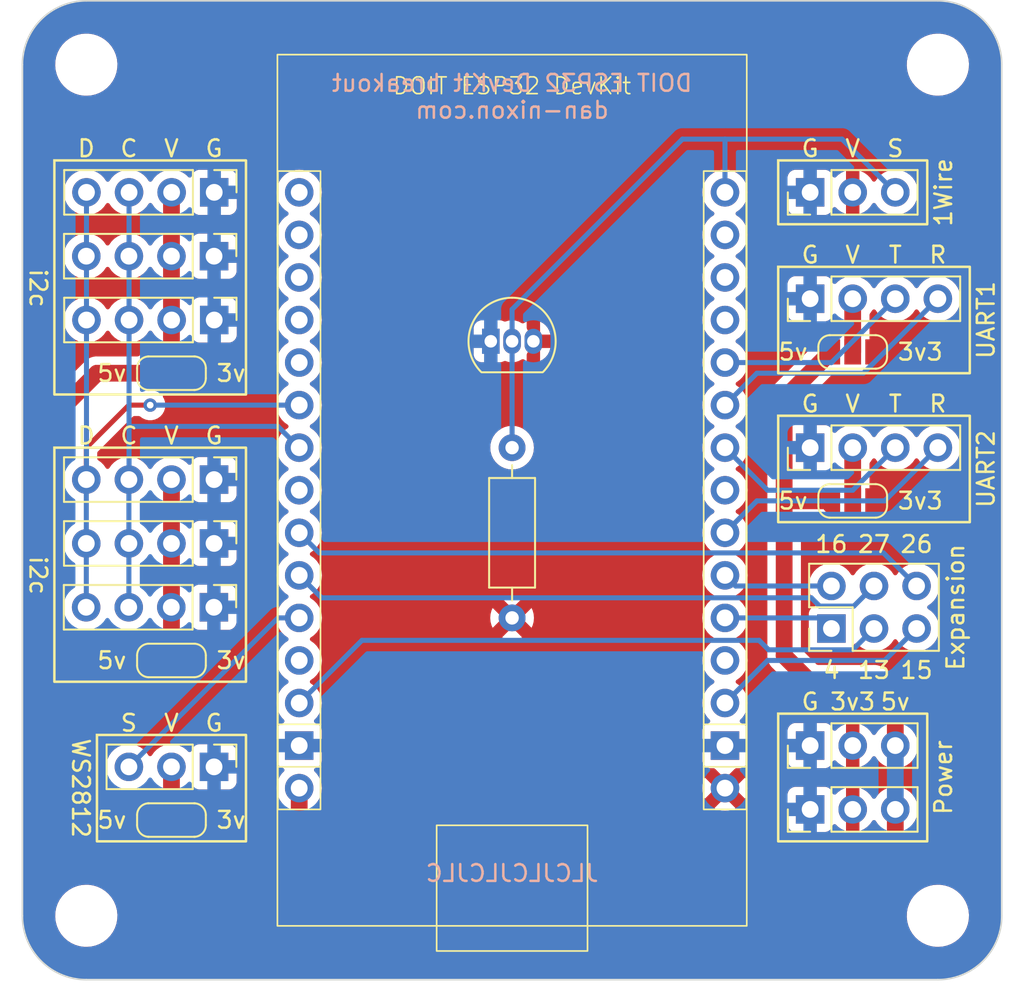
<source format=kicad_pcb>
(kicad_pcb (version 20221018) (generator pcbnew)
  (layers (0 "F.Cu" signal) (31 "B.Cu" signal) (34 "B.Paste" user) (35 "F.Paste" user) (36 "B.SilkS" user "B.Silkscreen") (37 "F.SilkS" user "F.Silkscreen") (38 "B.Mask" user) (39 "F.Mask" user) (44 "Edge.Cuts" user))
  (net 0 "")
  (net 1 "GND")
  (net 2 "Net-(J1-Pin_2)")
  (net 3 "/UART1_TX")
  (net 4 "/UART1_RX")
  (net 5 "+3.3V")
  (net 6 "+5V")
  (net 7 "Net-(J4-Pin_2)")
  (net 8 "/UART2_TX")
  (net 9 "/UART2_RX")
  (net 10 "Net-(J6-Pin_2)")
  (net 11 "/WS2812")
  (net 12 "/ONEWIRE")
  (net 13 "Net-(J10-Pin_2)")
  (net 14 "/I2C_SCL")
  (net 15 "/I2C_SDA")
  (net 16 "Net-(J11-Pin_2)")
  (net 23 "/D26")
  (net 24 "/D27")
  (net 26 "/D13")
  (net 27 "/D16")
  (net 31 "/D4")
  (net 32 "/D15")
  (footprint "Package_TO_SOT_THT:TO-92_Inline" (layer "F.Cu") (at 100.33 107.95)
    (fp_text reference "U2" hide)
    (fp_text value "DS18B20")
    (fp_line (start -0.53 1.85) (end 3.07 1.85) (stroke (width 0.12)) (layer "F.SilkS"))
    (fp_arc (start -0.568478 1.838478) (mid -1.132087 -0.994977) (end 1.27 -2.6) (stroke (width 0.12)) (layer "F.SilkS"))
    (fp_arc (start 1.27 -2.6) (mid 3.672087 -0.994977) (end 3.108478 1.838478) (stroke (width 0.12)) (layer "F.SilkS"))
    (pad "1" thru_hole rect (at 0 0) (size 1.05 1.5) (drill 0.75) (layers "*.Cu" "*.Mask") (net 1 "GND"))
    (pad "2" thru_hole oval (at 1.27 0) (size 1.05 1.5) (drill 0.75) (layers "*.Cu" "*.Mask") (net 12 "/ONEWIRE"))
    (pad "3" thru_hole oval (at 2.54 0) (size 1.05 1.5) (drill 0.75) (layers "*.Cu" "*.Mask") (net 5 "+3.3V"))
  )
  (footprint "MountingHole:MountingHole_3.2mm_M3" (layer "F.Cu") (at 127 142.24)
    (fp_text reference "H4" hide)
    (fp_text value "MountingHole")
    (pad "" np_thru_hole circle (at 0 0) (size 3.2 3.2) (drill 3.2) (layers "*.Cu" "*.Mask"))
  )
  (footprint "Connector_PinHeader_2.54mm:PinHeader_1x04_P2.54mm_Vertical" (layer "F.Cu") (at 83.82 120.015 -90)
    (fp_text reference "J10" hide)
    (fp_text value "i2c")
    (fp_line (start -1.33 -1.33) (end 0 -1.33) (stroke (width 0.12)) (layer "F.SilkS"))
    (fp_line (start -1.33 0) (end -1.33 -1.33) (stroke (width 0.12)) (layer "F.SilkS"))
    (fp_line (start -1.33 1.27) (end -1.33 8.95) (stroke (width 0.12)) (layer "F.SilkS"))
    (fp_line (start -1.33 1.27) (end 1.33 1.27) (stroke (width 0.12)) (layer "F.SilkS"))
    (fp_line (start -1.33 8.95) (end 1.33 8.95) (stroke (width 0.12)) (layer "F.SilkS"))
    (fp_line (start 1.33 1.27) (end 1.33 8.95) (stroke (width 0.12)) (layer "F.SilkS"))
    (pad "1" thru_hole rect (at 0 0 270) (size 1.7 1.7) (drill 1) (layers "*.Cu" "*.Mask") (net 1 "GND"))
    (pad "2" thru_hole oval (at 0 2.54 270) (size 1.7 1.7) (drill 1) (layers "*.Cu" "*.Mask") (net 13 "Net-(J10-Pin_2)"))
    (pad "3" thru_hole oval (at 0 5.08 270) (size 1.7 1.7) (drill 1) (layers "*.Cu" "*.Mask") (net 14 "/I2C_SCL"))
    (pad "4" thru_hole oval (at 0 7.62 270) (size 1.7 1.7) (drill 1) (layers "*.Cu" "*.Mask") (net 15 "/I2C_SDA"))
  )
  (footprint "Connector_PinHeader_2.54mm:PinHeader_1x03_P2.54mm_Vertical" (layer "F.Cu") (at 119.38 135.89 90)
    (fp_text reference "J2" hide)
    (fp_text value "Power")
    (fp_line (start -1.33 -1.33) (end 0 -1.33) (stroke (width 0.12)) (layer "F.SilkS"))
    (fp_line (start -1.33 0) (end -1.33 -1.33) (stroke (width 0.12)) (layer "F.SilkS"))
    (fp_line (start -1.33 1.27) (end -1.33 6.41) (stroke (width 0.12)) (layer "F.SilkS"))
    (fp_line (start -1.33 1.27) (end 1.33 1.27) (stroke (width 0.12)) (layer "F.SilkS"))
    (fp_line (start -1.33 6.41) (end 1.33 6.41) (stroke (width 0.12)) (layer "F.SilkS"))
    (fp_line (start 1.33 1.27) (end 1.33 6.41) (stroke (width 0.12)) (layer "F.SilkS"))
    (pad "1" thru_hole rect (at 0 0 90) (size 1.7 1.7) (drill 1) (layers "*.Cu" "*.Mask") (net 1 "GND"))
    (pad "2" thru_hole oval (at 0 2.54 90) (size 1.7 1.7) (drill 1) (layers "*.Cu" "*.Mask") (net 5 "+3.3V"))
    (pad "3" thru_hole oval (at 0 5.08 90) (size 1.7 1.7) (drill 1) (layers "*.Cu" "*.Mask") (net 6 "+5V"))
  )
  (footprint "Jumper:SolderJumper-3_P1.3mm_Open_RoundedPad1.0x1.5mm_NumberLabels" (layer "F.Cu") (at 81.28 109.855)
    (fp_text reference "JP6" hide)
    (fp_text value "i2c V")
    (fp_text user "5v" (at -2.6 0) (layer "F.SilkS") (effects (justify right)))
    (fp_text user "3v" (at 2.6 0) (layer "F.SilkS") (effects (justify left)))
    (fp_line (start -2.05 0.3) (end -2.05 -0.3) (stroke (width 0.12)) (layer "F.SilkS"))
    (fp_line (start -1.4 -1) (end 1.4 -1) (stroke (width 0.12)) (layer "F.SilkS"))
    (fp_line (start 1.4 1) (end -1.4 1) (stroke (width 0.12)) (layer "F.SilkS"))
    (fp_line (start 2.05 -0.3) (end 2.05 0.3) (stroke (width 0.12)) (layer "F.SilkS"))
    (fp_arc (start -2.05 -0.3) (mid -1.844975 -0.794975) (end -1.35 -1) (stroke (width 0.12)) (layer "F.SilkS"))
    (fp_arc (start -1.35 1) (mid -1.844975 0.794975) (end -2.05 0.3) (stroke (width 0.12)) (layer "F.SilkS"))
    (fp_arc (start 1.35 -1) (mid 1.844975 -0.794975) (end 2.05 -0.3) (stroke (width 0.12)) (layer "F.SilkS"))
    (fp_arc (start 2.05 0.3) (mid 1.844975 0.794975) (end 1.35 1) (stroke (width 0.12)) (layer "F.SilkS"))
    (pad "1" smd custom (at -1.3 0) (size 1 0.5) (layers "F.Cu" "F.Mask") (net 6 "+5V") (options (clearance outline) (anchor rect)) (primitives (gr_circle (center 0 0.25) (end 0.5 0.25) (width 0) (fill yes)) (gr_circle (center 0 -0.25) (end 0.5 -0.25) (width 0) (fill yes)) (gr_poly (pts (xy 0.55 0.75) (xy 0 0.75) (xy 0 -0.75) (xy 0.55 -0.75)) (width 0) (fill yes))))
    (pad "2" smd rect (at 0 0) (size 1 1.5) (layers "F.Cu" "F.Mask") (net 16 "Net-(J11-Pin_2)"))
    (pad "3" smd custom (at 1.3 0) (size 1 0.5) (layers "F.Cu" "F.Mask") (net 5 "+3.3V") (options (clearance outline) (anchor rect)) (primitives (gr_circle (center 0 0.25) (end 0.5 0.25) (width 0) (fill yes)) (gr_circle (center 0 -0.25) (end 0.5 -0.25) (width 0) (fill yes)) (gr_poly (pts (xy 0 0.75) (xy -0.55 0.75) (xy -0.55 -0.75) (xy 0 -0.75)) (width 0) (fill yes))))
  )
  (footprint "Connector_PinHeader_2.54mm:PinHeader_1x03_P2.54mm_Vertical" (layer "F.Cu") (at 119.38 132.08 90)
    (fp_text reference "J3" hide)
    (fp_text value "Power")
    (fp_line (start -1.33 -1.33) (end 0 -1.33) (stroke (width 0.12)) (layer "F.SilkS"))
    (fp_line (start -1.33 0) (end -1.33 -1.33) (stroke (width 0.12)) (layer "F.SilkS"))
    (fp_line (start -1.33 1.27) (end -1.33 6.41) (stroke (width 0.12)) (layer "F.SilkS"))
    (fp_line (start -1.33 1.27) (end 1.33 1.27) (stroke (width 0.12)) (layer "F.SilkS"))
    (fp_line (start -1.33 6.41) (end 1.33 6.41) (stroke (width 0.12)) (layer "F.SilkS"))
    (fp_line (start 1.33 1.27) (end 1.33 6.41) (stroke (width 0.12)) (layer "F.SilkS"))
    (pad "1" thru_hole rect (at 0 0 90) (size 1.7 1.7) (drill 1) (layers "*.Cu" "*.Mask") (net 1 "GND"))
    (pad "2" thru_hole oval (at 0 2.54 90) (size 1.7 1.7) (drill 1) (layers "*.Cu" "*.Mask") (net 5 "+3.3V"))
    (pad "3" thru_hole oval (at 0 5.08 90) (size 1.7 1.7) (drill 1) (layers "*.Cu" "*.Mask") (net 6 "+5V"))
  )
  (footprint "Connector_PinHeader_2.54mm:PinHeader_1x04_P2.54mm_Vertical" (layer "F.Cu") (at 83.83 99.06 -90)
    (fp_text reference "J13" hide)
    (fp_text value "i2c")
    (fp_line (start -1.33 -1.33) (end 0 -1.33) (stroke (width 0.12)) (layer "F.SilkS"))
    (fp_line (start -1.33 0) (end -1.33 -1.33) (stroke (width 0.12)) (layer "F.SilkS"))
    (fp_line (start -1.33 1.27) (end -1.33 8.95) (stroke (width 0.12)) (layer "F.SilkS"))
    (fp_line (start -1.33 1.27) (end 1.33 1.27) (stroke (width 0.12)) (layer "F.SilkS"))
    (fp_line (start -1.33 8.95) (end 1.33 8.95) (stroke (width 0.12)) (layer "F.SilkS"))
    (fp_line (start 1.33 1.27) (end 1.33 8.95) (stroke (width 0.12)) (layer "F.SilkS"))
    (pad "1" thru_hole rect (at 0 0 270) (size 1.7 1.7) (drill 1) (layers "*.Cu" "*.Mask") (net 1 "GND"))
    (pad "2" thru_hole oval (at 0 2.54 270) (size 1.7 1.7) (drill 1) (layers "*.Cu" "*.Mask") (net 16 "Net-(J11-Pin_2)"))
    (pad "3" thru_hole oval (at 0 5.08 270) (size 1.7 1.7) (drill 1) (layers "*.Cu" "*.Mask") (net 14 "/I2C_SCL"))
    (pad "4" thru_hole oval (at 0 7.62 270) (size 1.7 1.7) (drill 1) (layers "*.Cu" "*.Mask") (net 15 "/I2C_SDA"))
  )
  (footprint "Connector_PinHeader_2.54mm:PinHeader_1x04_P2.54mm_Vertical" (layer "F.Cu") (at 83.83 106.68 -90)
    (fp_text reference "J9" hide)
    (fp_text value "i2c")
    (fp_line (start -1.33 -1.33) (end 0 -1.33) (stroke (width 0.12)) (layer "F.SilkS"))
    (fp_line (start -1.33 0) (end -1.33 -1.33) (stroke (width 0.12)) (layer "F.SilkS"))
    (fp_line (start -1.33 1.27) (end -1.33 8.95) (stroke (width 0.12)) (layer "F.SilkS"))
    (fp_line (start -1.33 1.27) (end 1.33 1.27) (stroke (width 0.12)) (layer "F.SilkS"))
    (fp_line (start -1.33 8.95) (end 1.33 8.95) (stroke (width 0.12)) (layer "F.SilkS"))
    (fp_line (start 1.33 1.27) (end 1.33 8.95) (stroke (width 0.12)) (layer "F.SilkS"))
    (pad "1" thru_hole rect (at 0 0 270) (size 1.7 1.7) (drill 1) (layers "*.Cu" "*.Mask") (net 1 "GND"))
    (pad "2" thru_hole oval (at 0 2.54 270) (size 1.7 1.7) (drill 1) (layers "*.Cu" "*.Mask") (net 16 "Net-(J11-Pin_2)"))
    (pad "3" thru_hole oval (at 0 5.08 270) (size 1.7 1.7) (drill 1) (layers "*.Cu" "*.Mask") (net 14 "/I2C_SCL"))
    (pad "4" thru_hole oval (at 0 7.62 270) (size 1.7 1.7) (drill 1) (layers "*.Cu" "*.Mask") (net 15 "/I2C_SDA"))
  )
  (footprint "Jumper:SolderJumper-3_P1.3mm_Open_RoundedPad1.0x1.5mm_NumberLabels" (layer "F.Cu") (at 121.92 108.585)
    (fp_text reference "JP2" hide)
    (fp_text value "UART1 V")
    (fp_text user "5v" (at -2.6 0) (layer "F.SilkS") (effects (justify right)))
    (fp_text user "3v3" (at 2.6 0) (layer "F.SilkS") (effects (justify left)))
    (fp_line (start -2.05 0.3) (end -2.05 -0.3) (stroke (width 0.12)) (layer "F.SilkS"))
    (fp_line (start -1.4 -1) (end 1.4 -1) (stroke (width 0.12)) (layer "F.SilkS"))
    (fp_line (start 1.4 1) (end -1.4 1) (stroke (width 0.12)) (layer "F.SilkS"))
    (fp_line (start 2.05 -0.3) (end 2.05 0.3) (stroke (width 0.12)) (layer "F.SilkS"))
    (fp_arc (start -2.05 -0.3) (mid -1.844975 -0.794975) (end -1.35 -1) (stroke (width 0.12)) (layer "F.SilkS"))
    (fp_arc (start -1.35 1) (mid -1.844975 0.794975) (end -2.05 0.3) (stroke (width 0.12)) (layer "F.SilkS"))
    (fp_arc (start 1.35 -1) (mid 1.844975 -0.794975) (end 2.05 -0.3) (stroke (width 0.12)) (layer "F.SilkS"))
    (fp_arc (start 2.05 0.3) (mid 1.844975 0.794975) (end 1.35 1) (stroke (width 0.12)) (layer "F.SilkS"))
    (pad "1" smd custom (at -1.3 0) (size 1 0.5) (layers "F.Cu" "F.Mask") (net 6 "+5V") (options (clearance outline) (anchor rect)) (primitives (gr_circle (center 0 0.25) (end 0.5 0.25) (width 0) (fill yes)) (gr_circle (center 0 -0.25) (end 0.5 -0.25) (width 0) (fill yes)) (gr_poly (pts (xy 0.55 0.75) (xy 0 0.75) (xy 0 -0.75) (xy 0.55 -0.75)) (width 0) (fill yes))))
    (pad "2" smd rect (at 0 0) (size 1 1.5) (layers "F.Cu" "F.Mask") (net 2 "Net-(J1-Pin_2)"))
    (pad "3" smd custom (at 1.3 0) (size 1 0.5) (layers "F.Cu" "F.Mask") (net 5 "+3.3V") (options (clearance outline) (anchor rect)) (primitives (gr_circle (center 0 0.25) (end 0.5 0.25) (width 0) (fill yes)) (gr_circle (center 0 -0.25) (end 0.5 -0.25) (width 0) (fill yes)) (gr_poly (pts (xy 0 0.75) (xy -0.55 0.75) (xy -0.55 -0.75) (xy 0 -0.75)) (width 0) (fill yes))))
  )
  (footprint "Connector_PinHeader_2.54mm:PinHeader_1x03_P2.54mm_Vertical" (layer "F.Cu") (at 83.82 133.35 -90)
    (fp_text reference "J6" hide)
    (fp_text value "WS2812")
    (fp_line (start -1.33 -1.33) (end 0 -1.33) (stroke (width 0.12)) (layer "F.SilkS"))
    (fp_line (start -1.33 0) (end -1.33 -1.33) (stroke (width 0.12)) (layer "F.SilkS"))
    (fp_line (start -1.33 1.27) (end -1.33 6.41) (stroke (width 0.12)) (layer "F.SilkS"))
    (fp_line (start -1.33 1.27) (end 1.33 1.27) (stroke (width 0.12)) (layer "F.SilkS"))
    (fp_line (start -1.33 6.41) (end 1.33 6.41) (stroke (width 0.12)) (layer "F.SilkS"))
    (fp_line (start 1.33 1.27) (end 1.33 6.41) (stroke (width 0.12)) (layer "F.SilkS"))
    (pad "1" thru_hole rect (at 0 0 270) (size 1.7 1.7) (drill 1) (layers "*.Cu" "*.Mask") (net 1 "GND"))
    (pad "2" thru_hole oval (at 0 2.54 270) (size 1.7 1.7) (drill 1) (layers "*.Cu" "*.Mask") (net 10 "Net-(J6-Pin_2)"))
    (pad "3" thru_hole oval (at 0 5.08 270) (size 1.7 1.7) (drill 1) (layers "*.Cu" "*.Mask") (net 11 "/WS2812"))
  )
  (footprint "Connector_PinHeader_2.54mm:PinHeader_2x03_P2.54mm_Vertical" (layer "F.Cu") (at 120.65 125.095 90)
    (fp_text reference "J5" hide)
    (fp_text value "Expansion" (at 1.27 7.41 90) (layer "F.SilkS"))
    (fp_line (start -1.33 -1.33) (end 0 -1.33) (stroke (width 0.12)) (layer "F.SilkS"))
    (fp_line (start -1.33 0) (end -1.33 -1.33) (stroke (width 0.12)) (layer "F.SilkS"))
    (fp_line (start -1.33 1.27) (end -1.33 6.41) (stroke (width 0.12)) (layer "F.SilkS"))
    (fp_line (start -1.33 1.27) (end 1.27 1.27) (stroke (width 0.12)) (layer "F.SilkS"))
    (fp_line (start -1.33 6.41) (end 3.87 6.41) (stroke (width 0.12)) (layer "F.SilkS"))
    (fp_line (start 1.27 -1.33) (end 3.87 -1.33) (stroke (width 0.12)) (layer "F.SilkS"))
    (fp_line (start 1.27 1.27) (end 1.27 -1.33) (stroke (width 0.12)) (layer "F.SilkS"))
    (fp_line (start 3.87 -1.33) (end 3.87 6.41) (stroke (width 0.12)) (layer "F.SilkS"))
    (pad "1" thru_hole rect (at 0 0 90) (size 1.7 1.7) (drill 1) (layers "*.Cu" "*.Mask") (net 31 "/D4"))
    (pad "2" thru_hole oval (at 2.54 0 90) (size 1.7 1.7) (drill 1) (layers "*.Cu" "*.Mask") (net 27 "/D16"))
    (pad "3" thru_hole oval (at 0 2.54 90) (size 1.7 1.7) (drill 1) (layers "*.Cu" "*.Mask") (net 26 "/D13"))
    (pad "4" thru_hole oval (at 2.54 2.54 90) (size 1.7 1.7) (drill 1) (layers "*.Cu" "*.Mask") (net 24 "/D27"))
    (pad "5" thru_hole oval (at 0 5.08 90) (size 1.7 1.7) (drill 1) (layers "*.Cu" "*.Mask") (net 32 "/D15"))
    (pad "6" thru_hole oval (at 2.54 5.08 90) (size 1.7 1.7) (drill 1) (layers "*.Cu" "*.Mask") (net 23 "/D26"))
  )
  (footprint "Connector_PinHeader_2.54mm:PinHeader_1x04_P2.54mm_Vertical" (layer "F.Cu") (at 83.81 123.825 -90)
    (fp_text reference "J8" hide)
    (fp_text value "i2c")
    (fp_line (start -1.33 -1.33) (end 0 -1.33) (stroke (width 0.12)) (layer "F.SilkS"))
    (fp_line (start -1.33 0) (end -1.33 -1.33) (stroke (width 0.12)) (layer "F.SilkS"))
    (fp_line (start -1.33 1.27) (end -1.33 8.95) (stroke (width 0.12)) (layer "F.SilkS"))
    (fp_line (start -1.33 1.27) (end 1.33 1.27) (stroke (width 0.12)) (layer "F.SilkS"))
    (fp_line (start -1.33 8.95) (end 1.33 8.95) (stroke (width 0.12)) (layer "F.SilkS"))
    (fp_line (start 1.33 1.27) (end 1.33 8.95) (stroke (width 0.12)) (layer "F.SilkS"))
    (pad "1" thru_hole rect (at 0 0 270) (size 1.7 1.7) (drill 1) (layers "*.Cu" "*.Mask") (net 1 "GND"))
    (pad "2" thru_hole oval (at 0 2.54 270) (size 1.7 1.7) (drill 1) (layers "*.Cu" "*.Mask") (net 13 "Net-(J10-Pin_2)"))
    (pad "3" thru_hole oval (at 0 5.08 270) (size 1.7 1.7) (drill 1) (layers "*.Cu" "*.Mask") (net 14 "/I2C_SCL"))
    (pad "4" thru_hole oval (at 0 7.62 270) (size 1.7 1.7) (drill 1) (layers "*.Cu" "*.Mask") (net 15 "/I2C_SDA"))
  )
  (footprint "Connector_PinHeader_2.54mm:PinHeader_1x04_P2.54mm_Vertical" (layer "F.Cu") (at 83.82 116.205 -90)
    (fp_text reference "J12" hide)
    (fp_text value "i2c")
    (fp_line (start -1.33 -1.33) (end 0 -1.33) (stroke (width 0.12)) (layer "F.SilkS"))
    (fp_line (start -1.33 0) (end -1.33 -1.33) (stroke (width 0.12)) (layer "F.SilkS"))
    (fp_line (start -1.33 1.27) (end -1.33 8.95) (stroke (width 0.12)) (layer "F.SilkS"))
    (fp_line (start -1.33 1.27) (end 1.33 1.27) (stroke (width 0.12)) (layer "F.SilkS"))
    (fp_line (start -1.33 8.95) (end 1.33 8.95) (stroke (width 0.12)) (layer "F.SilkS"))
    (fp_line (start 1.33 1.27) (end 1.33 8.95) (stroke (width 0.12)) (layer "F.SilkS"))
    (pad "1" thru_hole rect (at 0 0 270) (size 1.7 1.7) (drill 1) (layers "*.Cu" "*.Mask") (net 1 "GND"))
    (pad "2" thru_hole oval (at 0 2.54 270) (size 1.7 1.7) (drill 1) (layers "*.Cu" "*.Mask") (net 13 "Net-(J10-Pin_2)"))
    (pad "3" thru_hole oval (at 0 5.08 270) (size 1.7 1.7) (drill 1) (layers "*.Cu" "*.Mask") (net 14 "/I2C_SCL"))
    (pad "4" thru_hole oval (at 0 7.62 270) (size 1.7 1.7) (drill 1) (layers "*.Cu" "*.Mask") (net 15 "/I2C_SDA"))
  )
  (footprint "Resistor_THT:R_Axial_DIN0207_L6.3mm_D2.5mm_P10.16mm_Horizontal" (layer "F.Cu") (at 101.6 124.46 90)
    (fp_text reference "R1" hide)
    (fp_text value "4K7")
    (fp_line (start 1.04 0) (end 1.81 0) (stroke (width 0.12)) (layer "F.SilkS"))
    (fp_line (start 1.81 -1.37) (end 1.81 1.37) (stroke (width 0.12)) (layer "F.SilkS"))
    (fp_line (start 1.81 1.37) (end 8.35 1.37) (stroke (width 0.12)) (layer "F.SilkS"))
    (fp_line (start 8.35 -1.37) (end 1.81 -1.37) (stroke (width 0.12)) (layer "F.SilkS"))
    (fp_line (start 8.35 1.37) (end 8.35 -1.37) (stroke (width 0.12)) (layer "F.SilkS"))
    (fp_line (start 9.12 0) (end 8.35 0) (stroke (width 0.12)) (layer "F.SilkS"))
    (pad "1" thru_hole circle (at 0 0 90) (size 1.6 1.6) (drill 0.8) (layers "*.Cu" "*.Mask") (net 5 "+3.3V"))
    (pad "2" thru_hole oval (at 10.16 0 90) (size 1.6 1.6) (drill 0.8) (layers "*.Cu" "*.Mask") (net 12 "/ONEWIRE"))
  )
  (footprint "Connector_PinHeader_2.54mm:PinHeader_1x03_P2.54mm_Vertical" (layer "F.Cu") (at 119.38 99.06 90)
    (fp_text reference "J7" hide)
    (fp_text value "OneWire")
    (fp_line (start -1.33 -1.33) (end 0 -1.33) (stroke (width 0.12)) (layer "F.SilkS"))
    (fp_line (start -1.33 0) (end -1.33 -1.33) (stroke (width 0.12)) (layer "F.SilkS"))
    (fp_line (start -1.33 1.27) (end -1.33 6.41) (stroke (width 0.12)) (layer "F.SilkS"))
    (fp_line (start -1.33 1.27) (end 1.33 1.27) (stroke (width 0.12)) (layer "F.SilkS"))
    (fp_line (start -1.33 6.41) (end 1.33 6.41) (stroke (width 0.12)) (layer "F.SilkS"))
    (fp_line (start 1.33 1.27) (end 1.33 6.41) (stroke (width 0.12)) (layer "F.SilkS"))
    (pad "1" thru_hole rect (at 0 0 90) (size 1.7 1.7) (drill 1) (layers "*.Cu" "*.Mask") (net 1 "GND"))
    (pad "2" thru_hole oval (at 0 2.54 90) (size 1.7 1.7) (drill 1) (layers "*.Cu" "*.Mask") (net 5 "+3.3V"))
    (pad "3" thru_hole oval (at 0 5.08 90) (size 1.7 1.7) (drill 1) (layers "*.Cu" "*.Mask") (net 12 "/ONEWIRE"))
  )
  (footprint "Connector_PinHeader_2.54mm:PinHeader_1x04_P2.54mm_Vertical" (layer "F.Cu") (at 119.38 114.3 90)
    (fp_text reference "J4" hide)
    (fp_text value "UART2")
    (fp_line (start -1.33 -1.33) (end 0 -1.33) (stroke (width 0.12)) (layer "F.SilkS"))
    (fp_line (start -1.33 0) (end -1.33 -1.33) (stroke (width 0.12)) (layer "F.SilkS"))
    (fp_line (start -1.33 1.27) (end -1.33 8.95) (stroke (width 0.12)) (layer "F.SilkS"))
    (fp_line (start -1.33 1.27) (end 1.33 1.27) (stroke (width 0.12)) (layer "F.SilkS"))
    (fp_line (start -1.33 8.95) (end 1.33 8.95) (stroke (width 0.12)) (layer "F.SilkS"))
    (fp_line (start 1.33 1.27) (end 1.33 8.95) (stroke (width 0.12)) (layer "F.SilkS"))
    (pad "1" thru_hole rect (at 0 0 90) (size 1.7 1.7) (drill 1) (layers "*.Cu" "*.Mask") (net 1 "GND"))
    (pad "2" thru_hole oval (at 0 2.54 90) (size 1.7 1.7) (drill 1) (layers "*.Cu" "*.Mask") (net 7 "Net-(J4-Pin_2)"))
    (pad "3" thru_hole oval (at 0 5.08 90) (size 1.7 1.7) (drill 1) (layers "*.Cu" "*.Mask") (net 8 "/UART2_TX"))
    (pad "4" thru_hole oval (at 0 7.62 90) (size 1.7 1.7) (drill 1) (layers "*.Cu" "*.Mask") (net 9 "/UART2_RX"))
  )
  (footprint "MountingHole:MountingHole_3.2mm_M3" (layer "F.Cu") (at 76.2 142.24)
    (fp_text reference "H2" hide)
    (fp_text value "MountingHole")
    (pad "" np_thru_hole circle (at 0 0) (size 3.2 3.2) (drill 3.2) (layers "*.Cu" "*.Mask"))
  )
  (footprint "Jumper:SolderJumper-3_P1.3mm_Open_RoundedPad1.0x1.5mm_NumberLabels" (layer "F.Cu") (at 81.28 127)
    (fp_text reference "JP5" hide)
    (fp_text value "i2c V")
    (fp_text user "3v" (at 2.6 0) (layer "F.SilkS") (effects (justify left)))
    (fp_text user "5v" (at -2.6 0) (layer "F.SilkS") (effects (justify right)))
    (fp_line (start -2.05 0.3) (end -2.05 -0.3) (stroke (width 0.12)) (layer "F.SilkS"))
    (fp_line (start -1.4 -1) (end 1.4 -1) (stroke (width 0.12)) (layer "F.SilkS"))
    (fp_line (start 1.4 1) (end -1.4 1) (stroke (width 0.12)) (layer "F.SilkS"))
    (fp_line (start 2.05 -0.3) (end 2.05 0.3) (stroke (width 0.12)) (layer "F.SilkS"))
    (fp_arc (start -2.05 -0.3) (mid -1.844975 -0.794975) (end -1.35 -1) (stroke (width 0.12)) (layer "F.SilkS"))
    (fp_arc (start -1.35 1) (mid -1.844975 0.794975) (end -2.05 0.3) (stroke (width 0.12)) (layer "F.SilkS"))
    (fp_arc (start 1.35 -1) (mid 1.844975 -0.794975) (end 2.05 -0.3) (stroke (width 0.12)) (layer "F.SilkS"))
    (fp_arc (start 2.05 0.3) (mid 1.844975 0.794975) (end 1.35 1) (stroke (width 0.12)) (layer "F.SilkS"))
    (pad "1" smd custom (at -1.3 0) (size 1 0.5) (layers "F.Cu" "F.Mask") (net 6 "+5V") (options (clearance outline) (anchor rect)) (primitives (gr_circle (center 0 0.25) (end 0.5 0.25) (width 0) (fill yes)) (gr_circle (center 0 -0.25) (end 0.5 -0.25) (width 0) (fill yes)) (gr_poly (pts (xy 0.55 0.75) (xy 0 0.75) (xy 0 -0.75) (xy 0.55 -0.75)) (width 0) (fill yes))))
    (pad "2" smd rect (at 0 0) (size 1 1.5) (layers "F.Cu" "F.Mask") (net 13 "Net-(J10-Pin_2)"))
    (pad "3" smd custom (at 1.3 0) (size 1 0.5) (layers "F.Cu" "F.Mask") (net 5 "+3.3V") (options (clearance outline) (anchor rect)) (primitives (gr_circle (center 0 0.25) (end 0.5 0.25) (width 0) (fill yes)) (gr_circle (center 0 -0.25) (end 0.5 -0.25) (width 0) (fill yes)) (gr_poly (pts (xy 0 0.75) (xy -0.55 0.75) (xy -0.55 -0.75) (xy 0 -0.75)) (width 0) (fill yes))))
  )
  (footprint "Connector_PinHeader_2.54mm:PinHeader_1x04_P2.54mm_Vertical" (layer "F.Cu") (at 119.38 105.41 90)
    (fp_text reference "J1" hide)
    (fp_text value "UART1")
    (fp_line (start -1.33 -1.33) (end 0 -1.33) (stroke (width 0.12)) (layer "F.SilkS"))
    (fp_line (start -1.33 0) (end -1.33 -1.33) (stroke (width 0.12)) (layer "F.SilkS"))
    (fp_line (start -1.33 1.27) (end -1.33 8.95) (stroke (width 0.12)) (layer "F.SilkS"))
    (fp_line (start -1.33 1.27) (end 1.33 1.27) (stroke (width 0.12)) (layer "F.SilkS"))
    (fp_line (start -1.33 8.95) (end 1.33 8.95) (stroke (width 0.12)) (layer "F.SilkS"))
    (fp_line (start 1.33 1.27) (end 1.33 8.95) (stroke (width 0.12)) (layer "F.SilkS"))
    (pad "1" thru_hole rect (at 0 0 90) (size 1.7 1.7) (drill 1) (layers "*.Cu" "*.Mask") (net 1 "GND"))
    (pad "2" thru_hole oval (at 0 2.54 90) (size 1.7 1.7) (drill 1) (layers "*.Cu" "*.Mask") (net 2 "Net-(J1-Pin_2)"))
    (pad "3" thru_hole oval (at 0 5.08 90) (size 1.7 1.7) (drill 1) (layers "*.Cu" "*.Mask") (net 3 "/UART1_TX"))
    (pad "4" thru_hole oval (at 0 7.62 90) (size 1.7 1.7) (drill 1) (layers "*.Cu" "*.Mask") (net 4 "/UART1_RX"))
  )
  (footprint "Jumper:SolderJumper-3_P1.3mm_Open_RoundedPad1.0x1.5mm_NumberLabels" (layer "F.Cu") (at 121.92 117.475)
    (fp_text reference "JP3" hide)
    (fp_text value "UART2 V")
    (fp_text user "3v3" (at 2.6 0) (layer "F.SilkS") (effects (justify left)))
    (fp_text user "5v" (at -2.6 0) (layer "F.SilkS") (effects (justify right)))
    (fp_line (start -2.05 0.3) (end -2.05 -0.3) (stroke (width 0.12)) (layer "F.SilkS"))
    (fp_line (start -1.4 -1) (end 1.4 -1) (stroke (width 0.12)) (layer "F.SilkS"))
    (fp_line (start 1.4 1) (end -1.4 1) (stroke (width 0.12)) (layer "F.SilkS"))
    (fp_line (start 2.05 -0.3) (end 2.05 0.3) (stroke (width 0.12)) (layer "F.SilkS"))
    (fp_arc (start -2.05 -0.3) (mid -1.844975 -0.794975) (end -1.35 -1) (stroke (width 0.12)) (layer "F.SilkS"))
    (fp_arc (start -1.35 1) (mid -1.844975 0.794975) (end -2.05 0.3) (stroke (width 0.12)) (layer "F.SilkS"))
    (fp_arc (start 1.35 -1) (mid 1.844975 -0.794975) (end 2.05 -0.3) (stroke (width 0.12)) (layer "F.SilkS"))
    (fp_arc (start 2.05 0.3) (mid 1.844975 0.794975) (end 1.35 1) (stroke (width 0.12)) (layer "F.SilkS"))
    (pad "1" smd custom (at -1.3 0) (size 1 0.5) (layers "F.Cu" "F.Mask") (net 6 "+5V") (options (clearance outline) (anchor rect)) (primitives (gr_circle (center 0 0.25) (end 0.5 0.25) (width 0) (fill yes)) (gr_circle (center 0 -0.25) (end 0.5 -0.25) (width 0) (fill yes)) (gr_poly (pts (xy 0.55 0.75) (xy 0 0.75) (xy 0 -0.75) (xy 0.55 -0.75)) (width 0) (fill yes))))
    (pad "2" smd rect (at 0 0) (size 1 1.5) (layers "F.Cu" "F.Mask") (net 7 "Net-(J4-Pin_2)"))
    (pad "3" smd custom (at 1.3 0) (size 1 0.5) (layers "F.Cu" "F.Mask") (net 5 "+3.3V") (options (clearance outline) (anchor rect)) (primitives (gr_circle (center 0 0.25) (end 0.5 0.25) (width 0) (fill yes)) (gr_circle (center 0 -0.25) (end 0.5 -0.25) (width 0) (fill yes)) (gr_poly (pts (xy 0 0.75) (xy -0.55 0.75) (xy -0.55 -0.75) (xy 0 -0.75)) (width 0) (fill yes))))
  )
  (footprint "Jumper:SolderJumper-3_P1.3mm_Open_RoundedPad1.0x1.5mm_NumberLabels" (layer "F.Cu") (at 81.28 136.525)
    (fp_text reference "JP1" hide)
    (fp_text value "WS2812 V")
    (fp_text user "3v" (at 2.6 0) (layer "F.SilkS") (effects (justify left)))
    (fp_text user "5v" (at -2.6 0) (layer "F.SilkS") (effects (justify right)))
    (fp_line (start -2.05 0.3) (end -2.05 -0.3) (stroke (width 0.12)) (layer "F.SilkS"))
    (fp_line (start -1.4 -1) (end 1.4 -1) (stroke (width 0.12)) (layer "F.SilkS"))
    (fp_line (start 1.4 1) (end -1.4 1) (stroke (width 0.12)) (layer "F.SilkS"))
    (fp_line (start 2.05 -0.3) (end 2.05 0.3) (stroke (width 0.12)) (layer "F.SilkS"))
    (fp_arc (start -2.05 -0.3) (mid -1.844975 -0.794975) (end -1.35 -1) (stroke (width 0.12)) (layer "F.SilkS"))
    (fp_arc (start -1.35 1) (mid -1.844975 0.794975) (end -2.05 0.3) (stroke (width 0.12)) (layer "F.SilkS"))
    (fp_arc (start 1.35 -1) (mid 1.844975 -0.794975) (end 2.05 -0.3) (stroke (width 0.12)) (layer "F.SilkS"))
    (fp_arc (start 2.05 0.3) (mid 1.844975 0.794975) (end 1.35 1) (stroke (width 0.12)) (layer "F.SilkS"))
    (pad "1" smd custom (at -1.3 0) (size 1 0.5) (layers "F.Cu" "F.Mask") (net 6 "+5V") (options (clearance outline) (anchor rect)) (primitives (gr_circle (center 0 0.25) (end 0.5 0.25) (width 0) (fill yes)) (gr_circle (center 0 -0.25) (end 0.5 -0.25) (width 0) (fill yes)) (gr_poly (pts (xy 0.55 0.75) (xy 0 0.75) (xy 0 -0.75) (xy 0.55 -0.75)) (width 0) (fill yes))))
    (pad "2" smd rect (at 0 0) (size 1 1.5) (layers "F.Cu" "F.Mask") (net 10 "Net-(J6-Pin_2)"))
    (pad "3" smd custom (at 1.3 0) (size 1 0.5) (layers "F.Cu" "F.Mask") (net 5 "+3.3V") (options (clearance outline) (anchor rect)) (primitives (gr_circle (center 0 0.25) (end 0.5 0.25) (width 0) (fill yes)) (gr_circle (center 0 -0.25) (end 0.5 -0.25) (width 0) (fill yes)) (gr_poly (pts (xy 0 0.75) (xy -0.55 0.75) (xy -0.55 -0.75) (xy 0 -0.75)) (width 0) (fill yes))))
  )
  (footprint "MountingHole:MountingHole_3.2mm_M3" (layer "F.Cu") (at 127 91.44)
    (fp_text reference "H3" hide)
    (fp_text value "MountingHole")
    (pad "" np_thru_hole circle (at 0 0) (size 3.2 3.2) (drill 3.2) (layers "*.Cu" "*.Mask"))
  )
  (footprint "esphome_devices:DOIT-ESP32-DEVKIT" (layer "F.Cu") (at 101.6 116.84)
    (fp_text reference "U1" hide)
    (fp_text value "DOIT-ESP32-DEVKIT" hide)
    (fp_text user "DOIT ESP32 DevKit" (at 0 -24.13 unlocked) (layer "F.SilkS") (effects (font (thickness 0.1))))
    (fp_line (start -13.97 13.97) (end -11.43 13.97) (stroke (width 0.1)) (layer "F.SilkS"))
    (fp_line (start -13.97 16.51) (end -11.43 16.51) (stroke (width 0.1)) (layer "F.SilkS"))
    (fp_line (start 11.43 13.97) (end 13.97 13.97) (stroke (width 0.1)) (layer "F.SilkS"))
    (fp_line (start 11.43 16.51) (end 13.97 16.51) (stroke (width 0.1)) (layer "F.SilkS"))
    (fp_rect (start -14 -26) (end 14 26) (stroke (width 0.1)) (fill none) (layer "F.SilkS"))
    (fp_rect (start -13.97 -19.05) (end -11.43 19.05) (stroke (width 0.1)) (fill none) (layer "F.SilkS"))
    (fp_rect (start -4.5 20) (end 4.5 27.5) (stroke (width 0.1)) (fill none) (layer "F.SilkS"))
    (fp_rect (start 11.43 -19.05) (end 13.97 19.05) (stroke (width 0.1)) (fill none) (layer "F.SilkS"))
    (pad "1" thru_hole circle (at -12.7 -17.78) (size 1.7 1.7) (drill 1) (layers "*.Cu" "*.Mask"))
    (pad "2" thru_hole circle (at -12.7 -15.24) (size 1.7 1.7) (drill 1) (layers "*.Cu" "*.Mask"))
    (pad "3" thru_hole circle (at -12.7 -12.7) (size 1.7 1.7) (drill 1) (layers "*.Cu" "*.Mask"))
    (pad "4" thru_hole circle (at -12.7 -10.16) (size 1.7 1.7) (drill 1) (layers "*.Cu" "*.Mask"))
    (pad "5" thru_hole circle (at -12.7 -7.62) (size 1.7 1.7) (drill 1) (layers "*.Cu" "*.Mask"))
    (pad "6" thru_hole circle (at -12.7 -5.08) (size 1.7 1.7) (drill 1) (layers "*.Cu" "*.Mask") (net 15 "/I2C_SDA"))
    (pad "7" thru_hole circle (at -12.7 -2.54) (size 1.7 1.7) (drill 1) (layers "*.Cu" "*.Mask") (net 14 "/I2C_SCL"))
    (pad "8" thru_hole circle (at -12.7 0) (size 1.7 1.7) (drill 1) (layers "*.Cu" "*.Mask"))
    (pad "9" thru_hole circle (at -12.7 2.54) (size 1.7 1.7) (drill 1) (layers "*.Cu" "*.Mask") (net 23 "/D26"))
    (pad "10" thru_hole circle (at -12.7 5.08) (size 1.7 1.7) (drill 1) (layers "*.Cu" "*.Mask") (net 24 "/D27"))
    (pad "11" thru_hole circle (at -12.7 7.62) (size 1.7 1.7) (drill 1) (layers "*.Cu" "*.Mask") (net 11 "/WS2812"))
    (pad "12" thru_hole circle (at -12.7 10.16) (size 1.7 1.7) (drill 1) (layers "*.Cu" "*.Mask"))
    (pad "13" thru_hole circle (at -12.7 12.7) (size 1.7 1.7) (drill 1) (layers "*.Cu" "*.Mask") (net 26 "/D13"))
    (pad "14" thru_hole rect (at -12.7 15.24) (size 1.7 1.7) (drill 1) (layers "*.Cu" "*.Mask") (net 1 "GND"))
    (pad "15" thru_hole circle (at -12.7 17.78) (size 1.7 1.7) (drill 1) (layers "*.Cu" "*.Mask") (net 6 "+5V"))
    (pad "16" thru_hole circle (at 12.7 -17.78) (size 1.7 1.7) (drill 1) (layers "*.Cu" "*.Mask") (net 12 "/ONEWIRE"))
    (pad "17" thru_hole circle (at 12.7 -15.24) (size 1.7 1.7) (drill 1) (layers "*.Cu" "*.Mask"))
    (pad "18" thru_hole circle (at 12.7 -12.7) (size 1.7 1.7) (drill 1) (layers "*.Cu" "*.Mask"))
    (pad "19" thru_hole circle (at 12.7 -10.16) (size 1.7 1.7) (drill 1) (layers "*.Cu" "*.Mask"))
    (pad "20" thru_hole circle (at 12.7 -7.62) (size 1.7 1.7) (drill 1) (layers "*.Cu" "*.Mask") (net 3 "/UART1_TX"))
    (pad "21" thru_hole circle (at 12.7 -5.08) (size 1.7 1.7) (drill 1) (layers "*.Cu" "*.Mask") (net 4 "/UART1_RX"))
    (pad "22" thru_hole circle (at 12.7 -2.54) (size 1.7 1.7) (drill 1) (layers "*.Cu" "*.Mask") (net 8 "/UART2_TX"))
    (pad "23" thru_hole circle (at 12.7 0) (size 1.7 1.7) (drill 1) (layers "*.Cu" "*.Mask"))
    (pad "24" thru_hole circle (at 12.7 2.54) (size 1.7 1.7) (drill 1) (layers "*.Cu" "*.Mask") (net 9 "/UART2_RX"))
    (pad "25" thru_hole circle (at 12.7 5.08) (size 1.7 1.7) (drill 1) (layers "*.Cu" "*.Mask") (net 27 "/D16"))
    (pad "26" thru_hole circle (at 12.7 7.62) (size 1.7 1.7) (drill 1) (layers "*.Cu" "*.Mask") (net 31 "/D4"))
    (pad "27" thru_hole circle (at 12.7 10.16) (size 1.7 1.7) (drill 1) (layers "*.Cu" "*.Mask"))
    (pad "28" thru_hole circle (at 12.7 12.7) (size 1.7 1.7) (drill 1) (layers "*.Cu" "*.Mask") (net 32 "/D15"))
    (pad "29" thru_hole rect (at 12.7 15.24) (size 1.7 1.7) (drill 1) (layers "*.Cu" "*.Mask") (net 1 "GND"))
    (pad "30" thru_hole circle (at 12.7 17.78) (size 1.7 1.7) (drill 1) (layers "*.Cu" "*.Mask") (net 5 "+3.3V"))
  )
  (footprint "MountingHole:MountingHole_3.2mm_M3" (layer "F.Cu") (at 76.2 91.44)
    (fp_text reference "H1" hide)
    (fp_text value "MountingHole")
    (pad "" np_thru_hole circle (at 0 0) (size 3.2 3.2) (drill 3.2) (layers "*.Cu" "*.Mask"))
  )
  (footprint "Connector_PinHeader_2.54mm:PinHeader_1x04_P2.54mm_Vertical" (layer "F.Cu") (at 83.82 102.87 -90)
    (fp_text reference "J11" hide)
    (fp_text value "i2c")
    (fp_line (start -1.33 -1.33) (end 0 -1.33) (stroke (width 0.12)) (layer "F.SilkS"))
    (fp_line (start -1.33 0) (end -1.33 -1.33) (stroke (width 0.12)) (layer "F.SilkS"))
    (fp_line (start -1.33 1.27) (end -1.33 8.95) (stroke (width 0.12)) (layer "F.SilkS"))
    (fp_line (start -1.33 1.27) (end 1.33 1.27) (stroke (width 0.12)) (layer "F.SilkS"))
    (fp_line (start -1.33 8.95) (end 1.33 8.95) (stroke (width 0.12)) (layer "F.SilkS"))
    (fp_line (start 1.33 1.27) (end 1.33 8.95) (stroke (width 0.12)) (layer "F.SilkS"))
    (pad "1" thru_hole rect (at 0 0 270) (size 1.7 1.7) (drill 1) (layers "*.Cu" "*.Mask") (net 1 "GND"))
    (pad "2" thru_hole oval (at 0 2.54 270) (size 1.7 1.7) (drill 1) (layers "*.Cu" "*.Mask") (net 16 "Net-(J11-Pin_2)"))
    (pad "3" thru_hole oval (at 0 5.08 270) (size 1.7 1.7) (drill 1) (layers "*.Cu" "*.Mask") (net 14 "/I2C_SCL"))
    (pad "4" thru_hole oval (at 0 7.62 270) (size 1.7 1.7) (drill 1) (layers "*.Cu" "*.Mask") (net 15 "/I2C_SDA"))
  )
  (gr_rect (start 117.475 97.155) (end 126.365 100.965) (stroke (width 0.15)) (fill none) (layer "F.SilkS"))
  (gr_rect (start 74.295 114.3) (end 85.725 128.27) (stroke (width 0.15)) (fill none) (layer "F.SilkS"))
  (gr_rect (start 117.475 112.395) (end 128.905 118.745) (stroke (width 0.15)) (fill none) (layer "F.SilkS"))
  (gr_rect (start 76.835 131.445) (end 85.725 137.795) (stroke (width 0.15)) (fill none) (layer "F.SilkS"))
  (gr_rect (start 117.475 130.175) (end 126.365 137.795) (stroke (width 0.15)) (fill none) (layer "F.SilkS"))
  (gr_rect (start 74.295 97.155) (end 85.725 111.125) (stroke (width 0.15)) (fill none) (layer "F.SilkS"))
  (gr_rect (start 117.475 103.505) (end 128.905 109.855) (stroke (width 0.15)) (fill none) (layer "F.SilkS"))
  (gr_line (start 76.2 87.63) (end 127 87.63) (stroke (width 0.1)) (layer "Edge.Cuts"))
  (gr_line (start 127 146.05) (end 76.2 146.05) (stroke (width 0.1)) (layer "Edge.Cuts"))
  (gr_line (start 130.81 91.44) (end 130.81 142.24) (stroke (width 0.1)) (layer "Edge.Cuts"))
  (gr_arc (start 127 87.63) (mid 129.694077 88.745923) (end 130.81 91.44) (stroke (width 0.1)) (layer "Edge.Cuts"))
  (gr_arc (start 130.81 142.24) (mid 129.694077 144.934077) (end 127 146.05) (stroke (width 0.1)) (layer "Edge.Cuts"))
  (gr_arc (start 72.39 91.44) (mid 73.505923 88.745923) (end 76.2 87.63) (stroke (width 0.1)) (layer "Edge.Cuts"))
  (gr_line (start 72.39 142.24) (end 72.39 91.44) (stroke (width 0.1)) (layer "Edge.Cuts"))
  (gr_arc (start 76.2 146.05) (mid 73.505923 144.934077) (end 72.39 142.24) (stroke (width 0.1)) (layer "Edge.Cuts"))
  (gr_text "DOIT ESP32 DevKit breakout\ndan-nixon.com" (at 101.6 93.345) (layer "B.SilkS") (effects (font (size 1 1)) (justify mirror)))
  (gr_text "JLCJLCJLCJLC" (at 101.6 139.7) (layer "B.SilkS") (effects (font (size 1 1)) (justify mirror)))
  (gr_text "C" (at 78.74 114.173) (layer "F.SilkS") (effects (font (size 1 1)) (justify bottom)))
  (gr_text "R" (at 127 103.378) (layer "F.SilkS") (effects (font (size 1 1)) (justify bottom)))
  (gr_text "UART2" (at 129.286 115.57 90) (layer "F.SilkS") (effects (font (size 1 1)) (justify top)))
  (gr_text "V" (at 121.92 103.378) (layer "F.SilkS") (effects (font (size 1 1)) (justify bottom)))
  (gr_text "26" (at 125.73 120.65) (layer "F.SilkS") (effects (font (size 1 1)) (justify bottom)))
  (gr_text "D" (at 76.2 114.173) (layer "F.SilkS") (effects (font (size 1 1)) (justify bottom)))
  (gr_text "V" (at 81.28 97.028) (layer "F.SilkS") (effects (font (size 1 1)) (justify bottom)))
  (gr_text "G" (at 119.38 130.048) (layer "F.SilkS") (effects (font (size 1 1)) (justify bottom)))
  (gr_text "V" (at 81.28 114.173) (layer "F.SilkS") (effects (font (size 1 1)) (justify bottom)))
  (gr_text "T" (at 124.46 112.268) (layer "F.SilkS") (effects (font (size 1 1)) (justify bottom)))
  (gr_text "T" (at 124.46 103.378) (layer "F.SilkS") (effects (font (size 1 1)) (justify bottom)))
  (gr_text "27" (at 123.19 120.65) (layer "F.SilkS") (effects (font (size 1 1)) (justify bottom)))
  (gr_text "i2c" (at 73.914 121.92 270) (layer "F.SilkS") (effects (font (size 1 1)) (justify top)))
  (gr_text "C" (at 78.74 97.028) (layer "F.SilkS") (effects (font (size 1 1)) (justify bottom)))
  (gr_text "V" (at 121.92 112.268) (layer "F.SilkS") (effects (font (size 1 1)) (justify bottom)))
  (gr_text "Power" (at 126.746 133.985 90) (layer "F.SilkS") (effects (font (size 1 1)) (justify top)))
  (gr_text "S" (at 78.74 131.318) (layer "F.SilkS") (effects (font (size 1 1)) (justify bottom)))
  (gr_text "13" (at 123.19 127) (layer "F.SilkS") (effects (font (size 1 1)) (justify top)))
  (gr_text "5v" (at 124.46 130.048) (layer "F.SilkS") (effects (font (size 1 1)) (justify bottom)))
  (gr_text "S" (at 124.46 97.028) (layer "F.SilkS") (effects (font (size 1 1)) (justify bottom)))
  (gr_text "15" (at 125.73 127) (layer "F.SilkS") (effects (font (size 1 1)) (justify top)))
  (gr_text "G" (at 83.82 131.318) (layer "F.SilkS") (effects (font (size 1 1)) (justify bottom)))
  (gr_text "V" (at 121.92 97.028) (layer "F.SilkS") (effects (font (size 1 1)) (justify bottom)))
  (gr_text "i2c" (at 73.914 104.775 270) (layer "F.SilkS") (effects (font (size 1 1)) (justify top)))
  (gr_text "UART1" (at 129.286 106.68 90) (layer "F.SilkS") (effects (font (size 1 1)) (justify top)))
  (gr_text "G" (at 119.38 112.268) (layer "F.SilkS") (effects (font (size 1 1)) (justify bottom)))
  (gr_text "D" (at 76.2 97.028) (layer "F.SilkS") (effects (font (size 1 1)) (justify bottom)))
  (gr_text "G" (at 119.38 97.028) (layer "F.SilkS") (effects (font (size 1 1)) (justify bottom)))
  (gr_text "G" (at 119.38 103.378) (layer "F.SilkS") (effects (font (size 1 1)) (justify bottom)))
  (gr_text "G" (at 83.82 114.173) (layer "F.SilkS") (effects (font (size 1 1)) (justify bottom)))
  (gr_text "16" (at 120.65 120.65) (layer "F.SilkS") (effects (font (size 1 1)) (justify bottom)))
  (gr_text "R" (at 127 112.268) (layer "F.SilkS") (effects (font (size 1 1)) (justify bottom)))
  (gr_text "3v3" (at 121.92 130.048) (layer "F.SilkS") (effects (font (size 1 1)) (justify bottom)))
  (gr_text "4" (at 120.65 127) (layer "F.SilkS") (effects (font (size 1 1)) (justify top)))
  (gr_text "1Wire" (at 126.746 99.06 90) (layer "F.SilkS") (effects (font (size 1 1)) (justify top)))
  (gr_text "V" (at 81.28 131.318) (layer "F.SilkS") (effects (font (size 1 1)) (justify bottom)))
  (gr_text "WS2812" (at 76.454 134.62 270) (layer "F.SilkS") (effects (font (size 1 1)) (justify top)))
  (gr_text "G" (at 83.82 97.028) (layer "F.SilkS") (effects (font (size 1 1)) (justify bottom)))
  (segment (start 121.92 108.585) (end 121.92 105.41) (width 1) (layer "F.Cu") (net 2))
  (segment (start 120.65 109.22) (end 124.46 105.41) (width 0.3) (layer "B.Cu") (net 3))
  (segment (start 114.3 109.22) (end 120.65 109.22) (width 0.3) (layer "B.Cu") (net 3))
  (segment (start 122.555 109.855) (end 127 105.41) (width 0.3) (layer "B.Cu") (net 4))
  (segment (start 116.205 109.855) (end 122.555 109.855) (width 0.3) (layer "B.Cu") (net 4))
  (segment (start 114.3 111.76) (end 116.205 109.855) (width 0.3) (layer "B.Cu") (net 4))
  (segment (start 81.28 139.7) (end 79.98 138.4) (width 1) (layer "F.Cu") (net 6))
  (segment (start 117.83 126.72) (end 117.83 117.475) (width 1) (layer "F.Cu") (net 6))
  (segment (start 79.98 127) (end 73.66 127) (width 1) (layer "F.Cu") (net 6))
  (segment (start 124.46 135.89) (end 124.46 138.43) (width 1) (layer "F.Cu") (net 6))
  (segment (start 73.66 127) (end 73.66 131.445) (width 1) (layer "F.Cu") (net 6))
  (segment (start 88.9 134.62) (end 88.9 139.7) (width 1) (layer "F.Cu") (net 6))
  (segment (start 124.46 138.43) (end 123.19 139.7) (width 1) (layer "F.Cu") (net 6))
  (segment (start 123.19 128.27) (end 119.38 128.27) (width 1) (layer "F.Cu") (net 6))
  (segment (start 79.98 109.855) (end 76.835 109.855) (width 1) (layer "F.Cu") (net 6))
  (segment (start 88.9 139.7) (end 81.28 139.7) (width 1) (layer "F.Cu") (net 6))
  (segment (start 124.46 129.54) (end 123.19 128.27) (width 1) (layer "F.Cu") (net 6))
  (segment (start 73.66 131.445) (end 78.74 136.525) (width 1) (layer "F.Cu") (net 6))
  (segment (start 124.46 132.08) (end 124.46 129.54) (width 1) (layer "F.Cu") (net 6))
  (segment (start 120.62 108.585) (end 117.83 111.375) (width 1) (layer "F.Cu") (net 6))
  (segment (start 76.835 109.855) (end 73.66 113.03) (width 1) (layer "F.Cu") (net 6))
  (segment (start 79.98 138.4) (end 79.98 136.525) (width 1) (layer "F.Cu") (net 6))
  (segment (start 120.62 117.475) (end 117.83 117.475) (width 1) (layer "F.Cu") (net 6))
  (segment (start 123.19 139.7) (end 88.9 139.7) (width 1) (layer "F.Cu") (net 6))
  (segment (start 73.66 113.03) (end 73.66 127) (width 1) (layer "F.Cu") (net 6))
  (segment (start 78.74 136.525) (end 79.98 136.525) (width 1) (layer "F.Cu") (net 6))
  (segment (start 117.83 111.375) (end 117.83 117.475) (width 1) (layer "F.Cu") (net 6))
  (segment (start 119.38 128.27) (end 117.83 126.72) (width 1) (layer "F.Cu") (net 6))
  (segment (start 124.46 132.08) (end 124.46 135.89) (width 1) (layer "B.Cu") (net 6))
  (segment (start 121.92 117.475) (end 121.92 114.3) (width 1) (layer "F.Cu") (net 7))
  (segment (start 121.92 116.84) (end 124.46 114.3) (width 0.3) (layer "B.Cu") (net 8))
  (segment (start 116.84 116.84) (end 121.92 116.84) (width 0.3) (layer "B.Cu") (net 8))
  (segment (start 114.3 114.3) (end 116.84 116.84) (width 0.3) (layer "B.Cu") (net 8))
  (segment (start 123.825 117.475) (end 127 114.3) (width 0.3) (layer "B.Cu") (net 9))
  (segment (start 114.3 119.38) (end 116.205 117.475) (width 0.3) (layer "B.Cu") (net 9))
  (segment (start 116.205 117.475) (end 123.825 117.475) (width 0.3) (layer "B.Cu") (net 9))
  (segment (start 81.28 136.525) (end 81.28 133.35) (width 1) (layer "F.Cu") (net 10))
  (segment (start 87.63 124.46) (end 78.74 133.35) (width 0.3) (layer "B.Cu") (net 11))
  (segment (start 88.9 124.46) (end 87.63 124.46) (width 0.3) (layer "B.Cu") (net 11))
  (segment (start 111.76 95.885) (end 101.6 106.045) (width 0.3) (layer "B.Cu") (net 12))
  (segment (start 124.46 99.06) (end 121.285 95.885) (width 0.3) (layer "B.Cu") (net 12))
  (segment (start 114.3 95.885) (end 111.76 95.885) (width 0.3) (layer "B.Cu") (net 12))
  (segment (start 101.6 106.045) (end 101.6 107.95) (width 0.3) (layer "B.Cu") (net 12))
  (segment (start 121.285 95.885) (end 114.3 95.885) (width 0.3) (layer "B.Cu") (net 12))
  (segment (start 101.6 107.95) (end 101.6 114.3) (width 0.3) (layer "B.Cu") (net 12))
  (segment (start 114.3 99.06) (end 114.3 95.885) (width 0.3) (layer "B.Cu") (net 12))
  (segment (start 81.28 127) (end 81.28 116.205) (width 1) (layer "F.Cu") (net 13))
  (segment (start 81.28 123.815) (end 81.27 123.825) (width 1) (layer "B.Cu") (net 13))
  (segment (start 78.74 123.815) (end 78.73 123.825) (width 0.3) (layer "B.Cu") (net 14))
  (segment (start 78.75 113.03) (end 78.75 116.195) (width 0.3) (layer "B.Cu") (net 14))
  (segment (start 88.9 114.3) (end 87.63 113.03) (width 0.3) (layer "B.Cu") (net 14))
  (segment (start 87.63 113.03) (end 78.75 113.03) (width 0.3) (layer "B.Cu") (net 14))
  (segment (start 78.74 116.205) (end 78.74 123.815) (width 0.3) (layer "B.Cu") (net 14))
  (segment (start 78.75 116.195) (end 78.74 116.205) (width 0.3) (layer "B.Cu") (net 14))
  (segment (start 78.75 99.06) (end 78.75 106.68) (width 0.3) (layer "B.Cu") (net 14))
  (segment (start 78.75 106.68) (end 78.75 113.03) (width 0.3) (layer "B.Cu") (net 14))
  (segment (start 76.2 114.3) (end 76.2 116.205) (width 0.3) (layer "F.Cu") (net 15))
  (segment (start 80.01 111.76) (end 78.74 111.76) (width 0.3) (layer "F.Cu") (net 15))
  (segment (start 78.74 111.76) (end 76.2 114.3) (width 0.3) (layer "F.Cu") (net 15))
  (via (at 80.01 111.76) (size 0.8) (drill 0.4) (layers "F.Cu" "B.Cu") (net 15))
  (segment (start 76.2 116.205) (end 76.2 123.815) (width 0.3) (layer "B.Cu") (net 15))
  (segment (start 76.21 106.68) (end 76.21 116.195) (width 0.3) (layer "B.Cu") (net 15))
  (segment (start 76.2 123.815) (end 76.19 123.825) (width 0.3) (layer "B.Cu") (net 15))
  (segment (start 76.21 99.06) (end 76.21 106.68) (width 0.3) (layer "B.Cu") (net 15))
  (segment (start 88.9 111.76) (end 80.01 111.76) (width 0.3) (layer "B.Cu") (net 15))
  (segment (start 76.21 116.195) (end 76.2 116.205) (width 0.3) (layer "B.Cu") (net 15))
  (segment (start 81.28 99.07) (end 81.29 99.06) (width 1) (layer "F.Cu") (net 16))
  (segment (start 81.28 109.855) (end 81.28 99.07) (width 1) (layer "F.Cu") (net 16))
  (segment (start 88.9 119.38) (end 90.1 120.58) (width 0.3) (layer "B.Cu") (net 23))
  (segment (start 90.1 120.58) (end 123.755 120.58) (width 0.3) (layer "B.Cu") (net 23))
  (segment (start 123.755 120.58) (end 125.73 122.555) (width 0.3) (layer "B.Cu") (net 23))
  (segment (start 121.99 123.755) (end 123.19 122.555) (width 0.3) (layer "B.Cu") (net 24))
  (segment (start 90.24 123.26) (end 119.45 123.26) (width 0.3) (layer "B.Cu") (net 24))
  (segment (start 119.945 123.755) (end 121.99 123.755) (width 0.3) (layer "B.Cu") (net 24))
  (segment (start 88.9 121.92) (end 90.24 123.26) (width 0.3) (layer "B.Cu") (net 24))
  (segment (start 119.45 123.26) (end 119.945 123.755) (width 0.3) (layer "B.Cu") (net 24))
  (segment (start 88.9 129.54) (end 92.64 125.8) (width 0.3) (layer "B.Cu") (net 26))
  (segment (start 116.902057 126.365) (end 121.92 126.365) (width 0.3) (layer "B.Cu") (net 26))
  (segment (start 121.92 126.365) (end 123.19 125.095) (width 0.3) (layer "B.Cu") (net 26))
  (segment (start 116.337057 125.8) (end 116.902057 126.365) (width 0.3) (layer "B.Cu") (net 26))
  (segment (start 92.64 125.8) (end 116.337057 125.8) (width 0.3) (layer "B.Cu") (net 26))
  (segment (start 114.935 122.555) (end 114.3 121.92) (width 0.3) (layer "B.Cu") (net 27))
  (segment (start 120.65 122.555) (end 114.935 122.555) (width 0.3) (layer "B.Cu") (net 27))
  (segment (start 114.3 124.46) (end 120.015 124.46) (width 0.3) (layer "B.Cu") (net 31))
  (segment (start 120.015 124.46) (end 120.65 125.095) (width 0.3) (layer "B.Cu") (net 31))
  (segment (start 116.84 127) (end 114.3 129.54) (width 0.3) (layer "B.Cu") (net 32))
  (segment (start 125.73 125.095) (end 123.825 127) (width 0.3) (layer "B.Cu") (net 32))
  (segment (start 123.825 127) (end 116.84 127) (width 0.3) (layer "B.Cu") (net 32))
  (zone (net 5) (net_name "+3.3V") (layer "F.Cu") (priority 1) (connect_pads (clearance 0.5)) (min_thickness 0.25) (fill yes (thermal_gap 0.5) (thermal_bridge_width 0.8))
    (polygon (pts (xy 72.39 87.63) (xy 130.81 87.63) (xy 130.81 146.05) (xy 72.39 146.05)))
  )
  (zone (net 1) (net_name "GND") (layer "B.Cu") (connect_pads (clearance 0.5)) (min_thickness 0.25) (fill yes (thermal_gap 0.5) (thermal_bridge_width 0.8))
    (polygon (pts (xy 72.39 87.63) (xy 130.81 87.63) (xy 130.81 146.05) (xy 72.39 146.05)))
  )
)
</source>
